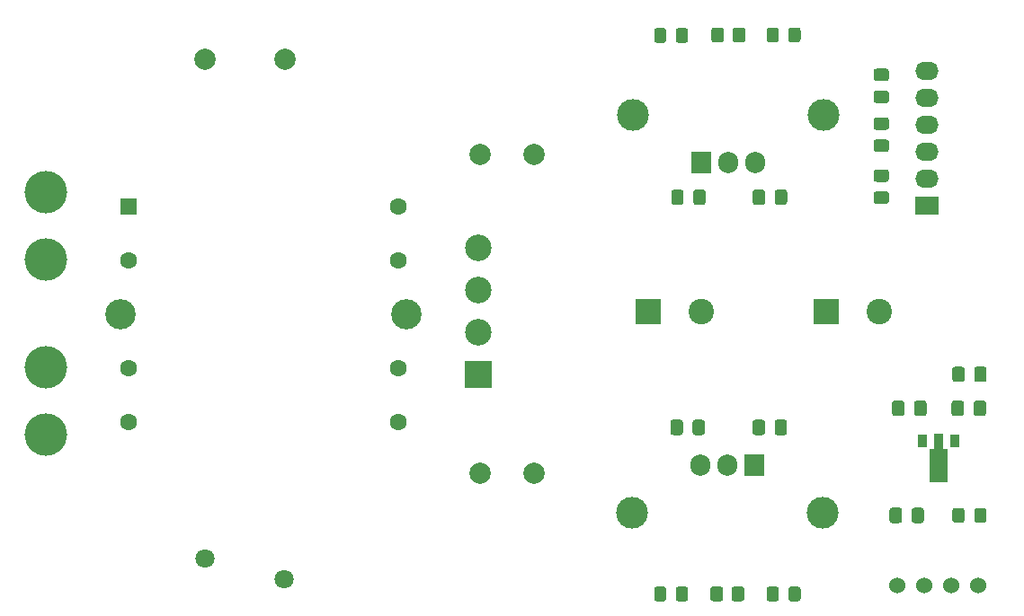
<source format=gts>
G04 #@! TF.GenerationSoftware,KiCad,Pcbnew,(5.1.10)-1*
G04 #@! TF.CreationDate,2021-11-25T14:07:26+01:00*
G04 #@! TF.ProjectId,PSU,5053552e-6b69-4636-9164-5f7063625858,rev?*
G04 #@! TF.SameCoordinates,Original*
G04 #@! TF.FileFunction,Soldermask,Top*
G04 #@! TF.FilePolarity,Negative*
%FSLAX46Y46*%
G04 Gerber Fmt 4.6, Leading zero omitted, Abs format (unit mm)*
G04 Created by KiCad (PCBNEW (5.1.10)-1) date 2021-11-25 14:07:26*
%MOMM*%
%LPD*%
G01*
G04 APERTURE LIST*
%ADD10C,2.400000*%
%ADD11R,2.400000X2.400000*%
%ADD12C,4.000000*%
%ADD13C,2.844800*%
%ADD14C,1.600200*%
%ADD15R,1.600200X1.600200*%
%ADD16C,1.524000*%
%ADD17C,0.100000*%
%ADD18R,0.900000X1.300000*%
%ADD19C,3.000000*%
%ADD20O,1.905000X2.000000*%
%ADD21R,1.905000X2.000000*%
%ADD22C,1.800000*%
%ADD23O,2.200000X1.700000*%
%ADD24R,2.200000X1.700000*%
%ADD25C,2.000000*%
%ADD26C,2.500000*%
%ADD27R,2.500000X2.500000*%
G04 APERTURE END LIST*
G36*
G01*
X189300000Y-143949999D02*
X189300000Y-144850001D01*
G75*
G02*
X189050001Y-145100000I-249999J0D01*
G01*
X188349999Y-145100000D01*
G75*
G02*
X188100000Y-144850001I0J249999D01*
G01*
X188100000Y-143949999D01*
G75*
G02*
X188349999Y-143700000I249999J0D01*
G01*
X189050001Y-143700000D01*
G75*
G02*
X189300000Y-143949999I0J-249999D01*
G01*
G37*
G36*
G01*
X191300000Y-143949999D02*
X191300000Y-144850001D01*
G75*
G02*
X191050001Y-145100000I-249999J0D01*
G01*
X190349999Y-145100000D01*
G75*
G02*
X190100000Y-144850001I0J249999D01*
G01*
X190100000Y-143949999D01*
G75*
G02*
X190349999Y-143700000I249999J0D01*
G01*
X191050001Y-143700000D01*
G75*
G02*
X191300000Y-143949999I0J-249999D01*
G01*
G37*
G36*
G01*
X194550000Y-91249999D02*
X194550000Y-92150001D01*
G75*
G02*
X194300001Y-92400000I-249999J0D01*
G01*
X193649999Y-92400000D01*
G75*
G02*
X193400000Y-92150001I0J249999D01*
G01*
X193400000Y-91249999D01*
G75*
G02*
X193649999Y-91000000I249999J0D01*
G01*
X194300001Y-91000000D01*
G75*
G02*
X194550000Y-91249999I0J-249999D01*
G01*
G37*
G36*
G01*
X196600000Y-91249999D02*
X196600000Y-92150001D01*
G75*
G02*
X196350001Y-92400000I-249999J0D01*
G01*
X195699999Y-92400000D01*
G75*
G02*
X195450000Y-92150001I0J249999D01*
G01*
X195450000Y-91249999D01*
G75*
G02*
X195699999Y-91000000I249999J0D01*
G01*
X196350001Y-91000000D01*
G75*
G02*
X196600000Y-91249999I0J-249999D01*
G01*
G37*
G36*
G01*
X194550000Y-143949999D02*
X194550000Y-144850001D01*
G75*
G02*
X194300001Y-145100000I-249999J0D01*
G01*
X193649999Y-145100000D01*
G75*
G02*
X193400000Y-144850001I0J249999D01*
G01*
X193400000Y-143949999D01*
G75*
G02*
X193649999Y-143700000I249999J0D01*
G01*
X194300001Y-143700000D01*
G75*
G02*
X194550000Y-143949999I0J-249999D01*
G01*
G37*
G36*
G01*
X196600000Y-143949999D02*
X196600000Y-144850001D01*
G75*
G02*
X196350001Y-145100000I-249999J0D01*
G01*
X195699999Y-145100000D01*
G75*
G02*
X195450000Y-144850001I0J249999D01*
G01*
X195450000Y-143949999D01*
G75*
G02*
X195699999Y-143700000I249999J0D01*
G01*
X196350001Y-143700000D01*
G75*
G02*
X196600000Y-143949999I0J-249999D01*
G01*
G37*
G36*
G01*
X183950000Y-143949999D02*
X183950000Y-144850001D01*
G75*
G02*
X183700001Y-145100000I-249999J0D01*
G01*
X183049999Y-145100000D01*
G75*
G02*
X182800000Y-144850001I0J249999D01*
G01*
X182800000Y-143949999D01*
G75*
G02*
X183049999Y-143700000I249999J0D01*
G01*
X183700001Y-143700000D01*
G75*
G02*
X183950000Y-143949999I0J-249999D01*
G01*
G37*
G36*
G01*
X186000000Y-143949999D02*
X186000000Y-144850001D01*
G75*
G02*
X185750001Y-145100000I-249999J0D01*
G01*
X185099999Y-145100000D01*
G75*
G02*
X184850000Y-144850001I0J249999D01*
G01*
X184850000Y-143949999D01*
G75*
G02*
X185099999Y-143700000I249999J0D01*
G01*
X185750001Y-143700000D01*
G75*
G02*
X186000000Y-143949999I0J-249999D01*
G01*
G37*
D10*
X187250000Y-117750000D03*
D11*
X182250000Y-117750000D03*
D10*
X204000000Y-117750000D03*
D11*
X199000000Y-117750000D03*
G36*
G01*
X183950000Y-91299999D02*
X183950000Y-92200001D01*
G75*
G02*
X183700001Y-92450000I-249999J0D01*
G01*
X183049999Y-92450000D01*
G75*
G02*
X182800000Y-92200001I0J249999D01*
G01*
X182800000Y-91299999D01*
G75*
G02*
X183049999Y-91050000I249999J0D01*
G01*
X183700001Y-91050000D01*
G75*
G02*
X183950000Y-91299999I0J-249999D01*
G01*
G37*
G36*
G01*
X186000000Y-91299999D02*
X186000000Y-92200001D01*
G75*
G02*
X185750001Y-92450000I-249999J0D01*
G01*
X185099999Y-92450000D01*
G75*
G02*
X184850000Y-92200001I0J249999D01*
G01*
X184850000Y-91299999D01*
G75*
G02*
X185099999Y-91050000I249999J0D01*
G01*
X185750001Y-91050000D01*
G75*
G02*
X186000000Y-91299999I0J-249999D01*
G01*
G37*
G36*
G01*
X206387500Y-126425000D02*
X206387500Y-127375000D01*
G75*
G02*
X206137500Y-127625000I-250000J0D01*
G01*
X205462500Y-127625000D01*
G75*
G02*
X205212500Y-127375000I0J250000D01*
G01*
X205212500Y-126425000D01*
G75*
G02*
X205462500Y-126175000I250000J0D01*
G01*
X206137500Y-126175000D01*
G75*
G02*
X206387500Y-126425000I0J-250000D01*
G01*
G37*
G36*
G01*
X208462500Y-126425000D02*
X208462500Y-127375000D01*
G75*
G02*
X208212500Y-127625000I-250000J0D01*
G01*
X207537500Y-127625000D01*
G75*
G02*
X207287500Y-127375000I0J250000D01*
G01*
X207287500Y-126425000D01*
G75*
G02*
X207537500Y-126175000I250000J0D01*
G01*
X208212500Y-126175000D01*
G75*
G02*
X208462500Y-126425000I0J-250000D01*
G01*
G37*
G36*
G01*
X189400000Y-91249999D02*
X189400000Y-92150001D01*
G75*
G02*
X189150001Y-92400000I-249999J0D01*
G01*
X188449999Y-92400000D01*
G75*
G02*
X188200000Y-92150001I0J249999D01*
G01*
X188200000Y-91249999D01*
G75*
G02*
X188449999Y-91000000I249999J0D01*
G01*
X189150001Y-91000000D01*
G75*
G02*
X189400000Y-91249999I0J-249999D01*
G01*
G37*
G36*
G01*
X191400000Y-91249999D02*
X191400000Y-92150001D01*
G75*
G02*
X191150001Y-92400000I-249999J0D01*
G01*
X190449999Y-92400000D01*
G75*
G02*
X190200000Y-92150001I0J249999D01*
G01*
X190200000Y-91249999D01*
G75*
G02*
X190449999Y-91000000I249999J0D01*
G01*
X191150001Y-91000000D01*
G75*
G02*
X191400000Y-91249999I0J-249999D01*
G01*
G37*
G36*
G01*
X212050000Y-123225000D02*
X212050000Y-124175000D01*
G75*
G02*
X211800000Y-124425000I-250000J0D01*
G01*
X211125000Y-124425000D01*
G75*
G02*
X210875000Y-124175000I0J250000D01*
G01*
X210875000Y-123225000D01*
G75*
G02*
X211125000Y-122975000I250000J0D01*
G01*
X211800000Y-122975000D01*
G75*
G02*
X212050000Y-123225000I0J-250000D01*
G01*
G37*
G36*
G01*
X214125000Y-123225000D02*
X214125000Y-124175000D01*
G75*
G02*
X213875000Y-124425000I-250000J0D01*
G01*
X213200000Y-124425000D01*
G75*
G02*
X212950000Y-124175000I0J250000D01*
G01*
X212950000Y-123225000D01*
G75*
G02*
X213200000Y-122975000I250000J0D01*
G01*
X213875000Y-122975000D01*
G75*
G02*
X214125000Y-123225000I0J-250000D01*
G01*
G37*
G36*
G01*
X206150000Y-136525000D02*
X206150000Y-137475000D01*
G75*
G02*
X205900000Y-137725000I-250000J0D01*
G01*
X205225000Y-137725000D01*
G75*
G02*
X204975000Y-137475000I0J250000D01*
G01*
X204975000Y-136525000D01*
G75*
G02*
X205225000Y-136275000I250000J0D01*
G01*
X205900000Y-136275000D01*
G75*
G02*
X206150000Y-136525000I0J-250000D01*
G01*
G37*
G36*
G01*
X208225000Y-136525000D02*
X208225000Y-137475000D01*
G75*
G02*
X207975000Y-137725000I-250000J0D01*
G01*
X207300000Y-137725000D01*
G75*
G02*
X207050000Y-137475000I0J250000D01*
G01*
X207050000Y-136525000D01*
G75*
G02*
X207300000Y-136275000I250000J0D01*
G01*
X207975000Y-136275000D01*
G75*
G02*
X208225000Y-136525000I0J-250000D01*
G01*
G37*
G36*
G01*
X203725000Y-106450000D02*
X204675000Y-106450000D01*
G75*
G02*
X204925000Y-106700000I0J-250000D01*
G01*
X204925000Y-107375000D01*
G75*
G02*
X204675000Y-107625000I-250000J0D01*
G01*
X203725000Y-107625000D01*
G75*
G02*
X203475000Y-107375000I0J250000D01*
G01*
X203475000Y-106700000D01*
G75*
G02*
X203725000Y-106450000I250000J0D01*
G01*
G37*
G36*
G01*
X203725000Y-104375000D02*
X204675000Y-104375000D01*
G75*
G02*
X204925000Y-104625000I0J-250000D01*
G01*
X204925000Y-105300000D01*
G75*
G02*
X204675000Y-105550000I-250000J0D01*
G01*
X203725000Y-105550000D01*
G75*
G02*
X203475000Y-105300000I0J250000D01*
G01*
X203475000Y-104625000D01*
G75*
G02*
X203725000Y-104375000I250000J0D01*
G01*
G37*
G36*
G01*
X212887500Y-127375000D02*
X212887500Y-126425000D01*
G75*
G02*
X213137500Y-126175000I250000J0D01*
G01*
X213812500Y-126175000D01*
G75*
G02*
X214062500Y-126425000I0J-250000D01*
G01*
X214062500Y-127375000D01*
G75*
G02*
X213812500Y-127625000I-250000J0D01*
G01*
X213137500Y-127625000D01*
G75*
G02*
X212887500Y-127375000I0J250000D01*
G01*
G37*
G36*
G01*
X210812500Y-127375000D02*
X210812500Y-126425000D01*
G75*
G02*
X211062500Y-126175000I250000J0D01*
G01*
X211737500Y-126175000D01*
G75*
G02*
X211987500Y-126425000I0J-250000D01*
G01*
X211987500Y-127375000D01*
G75*
G02*
X211737500Y-127625000I-250000J0D01*
G01*
X211062500Y-127625000D01*
G75*
G02*
X210812500Y-127375000I0J250000D01*
G01*
G37*
G36*
G01*
X203725000Y-96950000D02*
X204675000Y-96950000D01*
G75*
G02*
X204925000Y-97200000I0J-250000D01*
G01*
X204925000Y-97875000D01*
G75*
G02*
X204675000Y-98125000I-250000J0D01*
G01*
X203725000Y-98125000D01*
G75*
G02*
X203475000Y-97875000I0J250000D01*
G01*
X203475000Y-97200000D01*
G75*
G02*
X203725000Y-96950000I250000J0D01*
G01*
G37*
G36*
G01*
X203725000Y-94875000D02*
X204675000Y-94875000D01*
G75*
G02*
X204925000Y-95125000I0J-250000D01*
G01*
X204925000Y-95800000D01*
G75*
G02*
X204675000Y-96050000I-250000J0D01*
G01*
X203725000Y-96050000D01*
G75*
G02*
X203475000Y-95800000I0J250000D01*
G01*
X203475000Y-95125000D01*
G75*
G02*
X203725000Y-94875000I250000J0D01*
G01*
G37*
G36*
G01*
X204675000Y-100650000D02*
X203725000Y-100650000D01*
G75*
G02*
X203475000Y-100400000I0J250000D01*
G01*
X203475000Y-99725000D01*
G75*
G02*
X203725000Y-99475000I250000J0D01*
G01*
X204675000Y-99475000D01*
G75*
G02*
X204925000Y-99725000I0J-250000D01*
G01*
X204925000Y-100400000D01*
G75*
G02*
X204675000Y-100650000I-250000J0D01*
G01*
G37*
G36*
G01*
X204675000Y-102725000D02*
X203725000Y-102725000D01*
G75*
G02*
X203475000Y-102475000I0J250000D01*
G01*
X203475000Y-101800000D01*
G75*
G02*
X203725000Y-101550000I250000J0D01*
G01*
X204675000Y-101550000D01*
G75*
G02*
X204925000Y-101800000I0J-250000D01*
G01*
X204925000Y-102475000D01*
G75*
G02*
X204675000Y-102725000I-250000J0D01*
G01*
G37*
G36*
G01*
X193262500Y-106525000D02*
X193262500Y-107475000D01*
G75*
G02*
X193012500Y-107725000I-250000J0D01*
G01*
X192337500Y-107725000D01*
G75*
G02*
X192087500Y-107475000I0J250000D01*
G01*
X192087500Y-106525000D01*
G75*
G02*
X192337500Y-106275000I250000J0D01*
G01*
X193012500Y-106275000D01*
G75*
G02*
X193262500Y-106525000I0J-250000D01*
G01*
G37*
G36*
G01*
X195337500Y-106525000D02*
X195337500Y-107475000D01*
G75*
G02*
X195087500Y-107725000I-250000J0D01*
G01*
X194412500Y-107725000D01*
G75*
G02*
X194162500Y-107475000I0J250000D01*
G01*
X194162500Y-106525000D01*
G75*
G02*
X194412500Y-106275000I250000J0D01*
G01*
X195087500Y-106275000D01*
G75*
G02*
X195337500Y-106525000I0J-250000D01*
G01*
G37*
G36*
G01*
X186412500Y-129175000D02*
X186412500Y-128225000D01*
G75*
G02*
X186662500Y-127975000I250000J0D01*
G01*
X187337500Y-127975000D01*
G75*
G02*
X187587500Y-128225000I0J-250000D01*
G01*
X187587500Y-129175000D01*
G75*
G02*
X187337500Y-129425000I-250000J0D01*
G01*
X186662500Y-129425000D01*
G75*
G02*
X186412500Y-129175000I0J250000D01*
G01*
G37*
G36*
G01*
X184337500Y-129175000D02*
X184337500Y-128225000D01*
G75*
G02*
X184587500Y-127975000I250000J0D01*
G01*
X185262500Y-127975000D01*
G75*
G02*
X185512500Y-128225000I0J-250000D01*
G01*
X185512500Y-129175000D01*
G75*
G02*
X185262500Y-129425000I-250000J0D01*
G01*
X184587500Y-129425000D01*
G75*
G02*
X184337500Y-129175000I0J250000D01*
G01*
G37*
G36*
G01*
X186487500Y-107475000D02*
X186487500Y-106525000D01*
G75*
G02*
X186737500Y-106275000I250000J0D01*
G01*
X187412500Y-106275000D01*
G75*
G02*
X187662500Y-106525000I0J-250000D01*
G01*
X187662500Y-107475000D01*
G75*
G02*
X187412500Y-107725000I-250000J0D01*
G01*
X186737500Y-107725000D01*
G75*
G02*
X186487500Y-107475000I0J250000D01*
G01*
G37*
G36*
G01*
X184412500Y-107475000D02*
X184412500Y-106525000D01*
G75*
G02*
X184662500Y-106275000I250000J0D01*
G01*
X185337500Y-106275000D01*
G75*
G02*
X185587500Y-106525000I0J-250000D01*
G01*
X185587500Y-107475000D01*
G75*
G02*
X185337500Y-107725000I-250000J0D01*
G01*
X184662500Y-107725000D01*
G75*
G02*
X184412500Y-107475000I0J250000D01*
G01*
G37*
G36*
G01*
X193250000Y-128225000D02*
X193250000Y-129175000D01*
G75*
G02*
X193000000Y-129425000I-250000J0D01*
G01*
X192325000Y-129425000D01*
G75*
G02*
X192075000Y-129175000I0J250000D01*
G01*
X192075000Y-128225000D01*
G75*
G02*
X192325000Y-127975000I250000J0D01*
G01*
X193000000Y-127975000D01*
G75*
G02*
X193250000Y-128225000I0J-250000D01*
G01*
G37*
G36*
G01*
X195325000Y-128225000D02*
X195325000Y-129175000D01*
G75*
G02*
X195075000Y-129425000I-250000J0D01*
G01*
X194400000Y-129425000D01*
G75*
G02*
X194150000Y-129175000I0J250000D01*
G01*
X194150000Y-128225000D01*
G75*
G02*
X194400000Y-127975000I250000J0D01*
G01*
X195075000Y-127975000D01*
G75*
G02*
X195325000Y-128225000I0J-250000D01*
G01*
G37*
D12*
X125500000Y-129380000D03*
X125500000Y-123000000D03*
X125500000Y-112880000D03*
X125500000Y-106500000D03*
D13*
X159487400Y-118000000D03*
X132512600Y-118000000D03*
D14*
X158700000Y-128160000D03*
X158700000Y-123080000D03*
X158700000Y-112920000D03*
X158700000Y-107840000D03*
X133300000Y-128160000D03*
X133300000Y-123080000D03*
X133300000Y-112920000D03*
D15*
X133300000Y-107840000D03*
D16*
X213355600Y-143628600D03*
X210815600Y-143628600D03*
X208275600Y-143628600D03*
X205735600Y-143628600D03*
D17*
G36*
X208733500Y-133900000D02*
G01*
X208733500Y-130775000D01*
X209150000Y-130775000D01*
X209150000Y-129300000D01*
X210050000Y-129300000D01*
X210050000Y-130775000D01*
X210466500Y-130775000D01*
X210466500Y-133900000D01*
X208733500Y-133900000D01*
G37*
D18*
X208100000Y-129950000D03*
X211100000Y-129950000D03*
D19*
X198790000Y-99250000D03*
X180790000Y-99250000D03*
D20*
X192330000Y-103750000D03*
X189790000Y-103750000D03*
D21*
X187250000Y-103750000D03*
D19*
X180710000Y-136750000D03*
X198710000Y-136750000D03*
D20*
X187170000Y-132250000D03*
X189710000Y-132250000D03*
D21*
X192250000Y-132250000D03*
D22*
X140500000Y-141100000D03*
X148000000Y-143000000D03*
G36*
G01*
X212050000Y-136549999D02*
X212050000Y-137450001D01*
G75*
G02*
X211800001Y-137700000I-249999J0D01*
G01*
X211149999Y-137700000D01*
G75*
G02*
X210900000Y-137450001I0J249999D01*
G01*
X210900000Y-136549999D01*
G75*
G02*
X211149999Y-136300000I249999J0D01*
G01*
X211800001Y-136300000D01*
G75*
G02*
X212050000Y-136549999I0J-249999D01*
G01*
G37*
G36*
G01*
X214100000Y-136549999D02*
X214100000Y-137450001D01*
G75*
G02*
X213850001Y-137700000I-249999J0D01*
G01*
X213199999Y-137700000D01*
G75*
G02*
X212950000Y-137450001I0J249999D01*
G01*
X212950000Y-136549999D01*
G75*
G02*
X213199999Y-136300000I249999J0D01*
G01*
X213850001Y-136300000D01*
G75*
G02*
X214100000Y-136549999I0J-249999D01*
G01*
G37*
D23*
X208500000Y-95050000D03*
X208500000Y-97590000D03*
X208500000Y-100130000D03*
X208500000Y-102670000D03*
X208500000Y-105210000D03*
D24*
X208500000Y-107750000D03*
D25*
X171500000Y-103000000D03*
X166420000Y-103000000D03*
X166420000Y-133000000D03*
X171500000Y-133000000D03*
D26*
X166250000Y-111790000D03*
X166250000Y-115750000D03*
X166250000Y-119710000D03*
D27*
X166250000Y-123670000D03*
D25*
X148005000Y-94000000D03*
X140505000Y-94000000D03*
M02*

</source>
